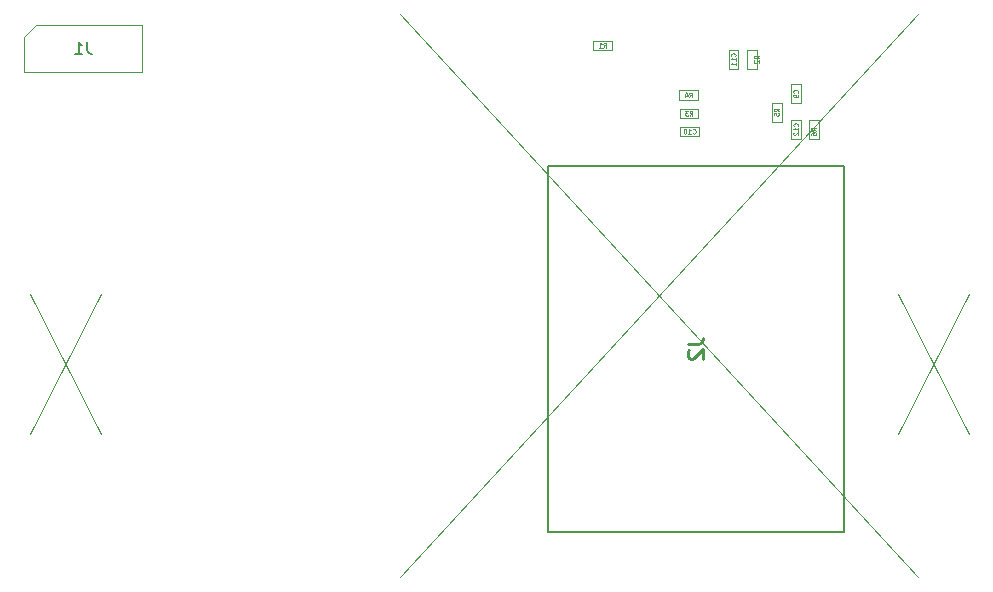
<source format=gbr>
G04 #@! TF.GenerationSoftware,KiCad,Pcbnew,9.0.0*
G04 #@! TF.CreationDate,2025-09-02T13:29:40+03:00*
G04 #@! TF.ProjectId,GSM_SMA_V1.0,47534d5f-534d-4415-9f56-312e302e6b69,rev?*
G04 #@! TF.SameCoordinates,Original*
G04 #@! TF.FileFunction,AssemblyDrawing,Bot*
%FSLAX46Y46*%
G04 Gerber Fmt 4.6, Leading zero omitted, Abs format (unit mm)*
G04 Created by KiCad (PCBNEW 9.0.0) date 2025-09-02 13:29:40*
%MOMM*%
%LPD*%
G01*
G04 APERTURE LIST*
%ADD10C,0.060000*%
%ADD11C,0.150000*%
%ADD12C,0.254000*%
%ADD13C,0.100000*%
%ADD14C,0.200000*%
G04 APERTURE END LIST*
D10*
X142133832Y-86262857D02*
X142152880Y-86243809D01*
X142152880Y-86243809D02*
X142171927Y-86186667D01*
X142171927Y-86186667D02*
X142171927Y-86148571D01*
X142171927Y-86148571D02*
X142152880Y-86091428D01*
X142152880Y-86091428D02*
X142114784Y-86053333D01*
X142114784Y-86053333D02*
X142076689Y-86034286D01*
X142076689Y-86034286D02*
X142000499Y-86015238D01*
X142000499Y-86015238D02*
X141943356Y-86015238D01*
X141943356Y-86015238D02*
X141867165Y-86034286D01*
X141867165Y-86034286D02*
X141829070Y-86053333D01*
X141829070Y-86053333D02*
X141790975Y-86091428D01*
X141790975Y-86091428D02*
X141771927Y-86148571D01*
X141771927Y-86148571D02*
X141771927Y-86186667D01*
X141771927Y-86186667D02*
X141790975Y-86243809D01*
X141790975Y-86243809D02*
X141810022Y-86262857D01*
X142171927Y-86643809D02*
X142171927Y-86415238D01*
X142171927Y-86529524D02*
X141771927Y-86529524D01*
X141771927Y-86529524D02*
X141829070Y-86491428D01*
X141829070Y-86491428D02*
X141867165Y-86453333D01*
X141867165Y-86453333D02*
X141886213Y-86415238D01*
X141810022Y-86796190D02*
X141790975Y-86815238D01*
X141790975Y-86815238D02*
X141771927Y-86853333D01*
X141771927Y-86853333D02*
X141771927Y-86948571D01*
X141771927Y-86948571D02*
X141790975Y-86986666D01*
X141790975Y-86986666D02*
X141810022Y-87005714D01*
X141810022Y-87005714D02*
X141848118Y-87024761D01*
X141848118Y-87024761D02*
X141886213Y-87024761D01*
X141886213Y-87024761D02*
X141943356Y-87005714D01*
X141943356Y-87005714D02*
X142171927Y-86777142D01*
X142171927Y-86777142D02*
X142171927Y-87024761D01*
X138839427Y-80518333D02*
X138648951Y-80385000D01*
X138839427Y-80289762D02*
X138439427Y-80289762D01*
X138439427Y-80289762D02*
X138439427Y-80442143D01*
X138439427Y-80442143D02*
X138458475Y-80480238D01*
X138458475Y-80480238D02*
X138477522Y-80499285D01*
X138477522Y-80499285D02*
X138515618Y-80518333D01*
X138515618Y-80518333D02*
X138572760Y-80518333D01*
X138572760Y-80518333D02*
X138610856Y-80499285D01*
X138610856Y-80499285D02*
X138629903Y-80480238D01*
X138629903Y-80480238D02*
X138648951Y-80442143D01*
X138648951Y-80442143D02*
X138648951Y-80289762D01*
X138477522Y-80670714D02*
X138458475Y-80689762D01*
X138458475Y-80689762D02*
X138439427Y-80727857D01*
X138439427Y-80727857D02*
X138439427Y-80823095D01*
X138439427Y-80823095D02*
X138458475Y-80861190D01*
X138458475Y-80861190D02*
X138477522Y-80880238D01*
X138477522Y-80880238D02*
X138515618Y-80899285D01*
X138515618Y-80899285D02*
X138553713Y-80899285D01*
X138553713Y-80899285D02*
X138610856Y-80880238D01*
X138610856Y-80880238D02*
X138839427Y-80651666D01*
X138839427Y-80651666D02*
X138839427Y-80899285D01*
X133237142Y-86853832D02*
X133256190Y-86872880D01*
X133256190Y-86872880D02*
X133313332Y-86891927D01*
X133313332Y-86891927D02*
X133351428Y-86891927D01*
X133351428Y-86891927D02*
X133408571Y-86872880D01*
X133408571Y-86872880D02*
X133446666Y-86834784D01*
X133446666Y-86834784D02*
X133465713Y-86796689D01*
X133465713Y-86796689D02*
X133484761Y-86720499D01*
X133484761Y-86720499D02*
X133484761Y-86663356D01*
X133484761Y-86663356D02*
X133465713Y-86587165D01*
X133465713Y-86587165D02*
X133446666Y-86549070D01*
X133446666Y-86549070D02*
X133408571Y-86510975D01*
X133408571Y-86510975D02*
X133351428Y-86491927D01*
X133351428Y-86491927D02*
X133313332Y-86491927D01*
X133313332Y-86491927D02*
X133256190Y-86510975D01*
X133256190Y-86510975D02*
X133237142Y-86530022D01*
X132856190Y-86891927D02*
X133084761Y-86891927D01*
X132970475Y-86891927D02*
X132970475Y-86491927D01*
X132970475Y-86491927D02*
X133008571Y-86549070D01*
X133008571Y-86549070D02*
X133046666Y-86587165D01*
X133046666Y-86587165D02*
X133084761Y-86606213D01*
X132608571Y-86491927D02*
X132570476Y-86491927D01*
X132570476Y-86491927D02*
X132532380Y-86510975D01*
X132532380Y-86510975D02*
X132513333Y-86530022D01*
X132513333Y-86530022D02*
X132494285Y-86568118D01*
X132494285Y-86568118D02*
X132475238Y-86644308D01*
X132475238Y-86644308D02*
X132475238Y-86739546D01*
X132475238Y-86739546D02*
X132494285Y-86815737D01*
X132494285Y-86815737D02*
X132513333Y-86853832D01*
X132513333Y-86853832D02*
X132532380Y-86872880D01*
X132532380Y-86872880D02*
X132570476Y-86891927D01*
X132570476Y-86891927D02*
X132608571Y-86891927D01*
X132608571Y-86891927D02*
X132646666Y-86872880D01*
X132646666Y-86872880D02*
X132665714Y-86853832D01*
X132665714Y-86853832D02*
X132684761Y-86815737D01*
X132684761Y-86815737D02*
X132703809Y-86739546D01*
X132703809Y-86739546D02*
X132703809Y-86644308D01*
X132703809Y-86644308D02*
X132684761Y-86568118D01*
X132684761Y-86568118D02*
X132665714Y-86530022D01*
X132665714Y-86530022D02*
X132646666Y-86510975D01*
X132646666Y-86510975D02*
X132608571Y-86491927D01*
X125686666Y-79601927D02*
X125819999Y-79411451D01*
X125915237Y-79601927D02*
X125915237Y-79201927D01*
X125915237Y-79201927D02*
X125762856Y-79201927D01*
X125762856Y-79201927D02*
X125724761Y-79220975D01*
X125724761Y-79220975D02*
X125705714Y-79240022D01*
X125705714Y-79240022D02*
X125686666Y-79278118D01*
X125686666Y-79278118D02*
X125686666Y-79335260D01*
X125686666Y-79335260D02*
X125705714Y-79373356D01*
X125705714Y-79373356D02*
X125724761Y-79392403D01*
X125724761Y-79392403D02*
X125762856Y-79411451D01*
X125762856Y-79411451D02*
X125915237Y-79411451D01*
X125305714Y-79601927D02*
X125534285Y-79601927D01*
X125419999Y-79601927D02*
X125419999Y-79201927D01*
X125419999Y-79201927D02*
X125458095Y-79259070D01*
X125458095Y-79259070D02*
X125496190Y-79297165D01*
X125496190Y-79297165D02*
X125534285Y-79316213D01*
X132966666Y-83811927D02*
X133099999Y-83621451D01*
X133195237Y-83811927D02*
X133195237Y-83411927D01*
X133195237Y-83411927D02*
X133042856Y-83411927D01*
X133042856Y-83411927D02*
X133004761Y-83430975D01*
X133004761Y-83430975D02*
X132985714Y-83450022D01*
X132985714Y-83450022D02*
X132966666Y-83488118D01*
X132966666Y-83488118D02*
X132966666Y-83545260D01*
X132966666Y-83545260D02*
X132985714Y-83583356D01*
X132985714Y-83583356D02*
X133004761Y-83602403D01*
X133004761Y-83602403D02*
X133042856Y-83621451D01*
X133042856Y-83621451D02*
X133195237Y-83621451D01*
X132623809Y-83545260D02*
X132623809Y-83811927D01*
X132719047Y-83392880D02*
X132814285Y-83678594D01*
X132814285Y-83678594D02*
X132566666Y-83678594D01*
X136838832Y-80337857D02*
X136857880Y-80318809D01*
X136857880Y-80318809D02*
X136876927Y-80261667D01*
X136876927Y-80261667D02*
X136876927Y-80223571D01*
X136876927Y-80223571D02*
X136857880Y-80166428D01*
X136857880Y-80166428D02*
X136819784Y-80128333D01*
X136819784Y-80128333D02*
X136781689Y-80109286D01*
X136781689Y-80109286D02*
X136705499Y-80090238D01*
X136705499Y-80090238D02*
X136648356Y-80090238D01*
X136648356Y-80090238D02*
X136572165Y-80109286D01*
X136572165Y-80109286D02*
X136534070Y-80128333D01*
X136534070Y-80128333D02*
X136495975Y-80166428D01*
X136495975Y-80166428D02*
X136476927Y-80223571D01*
X136476927Y-80223571D02*
X136476927Y-80261667D01*
X136476927Y-80261667D02*
X136495975Y-80318809D01*
X136495975Y-80318809D02*
X136515022Y-80337857D01*
X136876927Y-80718809D02*
X136876927Y-80490238D01*
X136876927Y-80604524D02*
X136476927Y-80604524D01*
X136476927Y-80604524D02*
X136534070Y-80566428D01*
X136534070Y-80566428D02*
X136572165Y-80528333D01*
X136572165Y-80528333D02*
X136591213Y-80490238D01*
X136876927Y-81099761D02*
X136876927Y-80871190D01*
X136876927Y-80985476D02*
X136476927Y-80985476D01*
X136476927Y-80985476D02*
X136534070Y-80947380D01*
X136534070Y-80947380D02*
X136572165Y-80909285D01*
X136572165Y-80909285D02*
X136591213Y-80871190D01*
D11*
X81983333Y-79124819D02*
X81983333Y-79839104D01*
X81983333Y-79839104D02*
X82030952Y-79981961D01*
X82030952Y-79981961D02*
X82126190Y-80077200D01*
X82126190Y-80077200D02*
X82269047Y-80124819D01*
X82269047Y-80124819D02*
X82364285Y-80124819D01*
X80983333Y-80124819D02*
X81554761Y-80124819D01*
X81269047Y-80124819D02*
X81269047Y-79124819D01*
X81269047Y-79124819D02*
X81364285Y-79267676D01*
X81364285Y-79267676D02*
X81459523Y-79362914D01*
X81459523Y-79362914D02*
X81554761Y-79410533D01*
D10*
X132996666Y-85361927D02*
X133129999Y-85171451D01*
X133225237Y-85361927D02*
X133225237Y-84961927D01*
X133225237Y-84961927D02*
X133072856Y-84961927D01*
X133072856Y-84961927D02*
X133034761Y-84980975D01*
X133034761Y-84980975D02*
X133015714Y-85000022D01*
X133015714Y-85000022D02*
X132996666Y-85038118D01*
X132996666Y-85038118D02*
X132996666Y-85095260D01*
X132996666Y-85095260D02*
X133015714Y-85133356D01*
X133015714Y-85133356D02*
X133034761Y-85152403D01*
X133034761Y-85152403D02*
X133072856Y-85171451D01*
X133072856Y-85171451D02*
X133225237Y-85171451D01*
X132863333Y-84961927D02*
X132615714Y-84961927D01*
X132615714Y-84961927D02*
X132749047Y-85114308D01*
X132749047Y-85114308D02*
X132691904Y-85114308D01*
X132691904Y-85114308D02*
X132653809Y-85133356D01*
X132653809Y-85133356D02*
X132634761Y-85152403D01*
X132634761Y-85152403D02*
X132615714Y-85190499D01*
X132615714Y-85190499D02*
X132615714Y-85285737D01*
X132615714Y-85285737D02*
X132634761Y-85323832D01*
X132634761Y-85323832D02*
X132653809Y-85342880D01*
X132653809Y-85342880D02*
X132691904Y-85361927D01*
X132691904Y-85361927D02*
X132806190Y-85361927D01*
X132806190Y-85361927D02*
X132844285Y-85342880D01*
X132844285Y-85342880D02*
X132863333Y-85323832D01*
X140531927Y-84993333D02*
X140341451Y-84860000D01*
X140531927Y-84764762D02*
X140131927Y-84764762D01*
X140131927Y-84764762D02*
X140131927Y-84917143D01*
X140131927Y-84917143D02*
X140150975Y-84955238D01*
X140150975Y-84955238D02*
X140170022Y-84974285D01*
X140170022Y-84974285D02*
X140208118Y-84993333D01*
X140208118Y-84993333D02*
X140265260Y-84993333D01*
X140265260Y-84993333D02*
X140303356Y-84974285D01*
X140303356Y-84974285D02*
X140322403Y-84955238D01*
X140322403Y-84955238D02*
X140341451Y-84917143D01*
X140341451Y-84917143D02*
X140341451Y-84764762D01*
X140131927Y-85355238D02*
X140131927Y-85164762D01*
X140131927Y-85164762D02*
X140322403Y-85145714D01*
X140322403Y-85145714D02*
X140303356Y-85164762D01*
X140303356Y-85164762D02*
X140284308Y-85202857D01*
X140284308Y-85202857D02*
X140284308Y-85298095D01*
X140284308Y-85298095D02*
X140303356Y-85336190D01*
X140303356Y-85336190D02*
X140322403Y-85355238D01*
X140322403Y-85355238D02*
X140360499Y-85374285D01*
X140360499Y-85374285D02*
X140455737Y-85374285D01*
X140455737Y-85374285D02*
X140493832Y-85355238D01*
X140493832Y-85355238D02*
X140512880Y-85336190D01*
X140512880Y-85336190D02*
X140531927Y-85298095D01*
X140531927Y-85298095D02*
X140531927Y-85202857D01*
X140531927Y-85202857D02*
X140512880Y-85164762D01*
X140512880Y-85164762D02*
X140493832Y-85145714D01*
D12*
X132824318Y-104666667D02*
X133731461Y-104666667D01*
X133731461Y-104666667D02*
X133912889Y-104606190D01*
X133912889Y-104606190D02*
X134033842Y-104485238D01*
X134033842Y-104485238D02*
X134094318Y-104303809D01*
X134094318Y-104303809D02*
X134094318Y-104182857D01*
X132945270Y-105210952D02*
X132884794Y-105271428D01*
X132884794Y-105271428D02*
X132824318Y-105392381D01*
X132824318Y-105392381D02*
X132824318Y-105694762D01*
X132824318Y-105694762D02*
X132884794Y-105815714D01*
X132884794Y-105815714D02*
X132945270Y-105876190D01*
X132945270Y-105876190D02*
X133066222Y-105936667D01*
X133066222Y-105936667D02*
X133187175Y-105936667D01*
X133187175Y-105936667D02*
X133368603Y-105876190D01*
X133368603Y-105876190D02*
X134094318Y-105150476D01*
X134094318Y-105150476D02*
X134094318Y-105936667D01*
D10*
X142133832Y-83428333D02*
X142152880Y-83409285D01*
X142152880Y-83409285D02*
X142171927Y-83352143D01*
X142171927Y-83352143D02*
X142171927Y-83314047D01*
X142171927Y-83314047D02*
X142152880Y-83256904D01*
X142152880Y-83256904D02*
X142114784Y-83218809D01*
X142114784Y-83218809D02*
X142076689Y-83199762D01*
X142076689Y-83199762D02*
X142000499Y-83180714D01*
X142000499Y-83180714D02*
X141943356Y-83180714D01*
X141943356Y-83180714D02*
X141867165Y-83199762D01*
X141867165Y-83199762D02*
X141829070Y-83218809D01*
X141829070Y-83218809D02*
X141790975Y-83256904D01*
X141790975Y-83256904D02*
X141771927Y-83314047D01*
X141771927Y-83314047D02*
X141771927Y-83352143D01*
X141771927Y-83352143D02*
X141790975Y-83409285D01*
X141790975Y-83409285D02*
X141810022Y-83428333D01*
X142171927Y-83618809D02*
X142171927Y-83695000D01*
X142171927Y-83695000D02*
X142152880Y-83733095D01*
X142152880Y-83733095D02*
X142133832Y-83752143D01*
X142133832Y-83752143D02*
X142076689Y-83790238D01*
X142076689Y-83790238D02*
X142000499Y-83809285D01*
X142000499Y-83809285D02*
X141848118Y-83809285D01*
X141848118Y-83809285D02*
X141810022Y-83790238D01*
X141810022Y-83790238D02*
X141790975Y-83771190D01*
X141790975Y-83771190D02*
X141771927Y-83733095D01*
X141771927Y-83733095D02*
X141771927Y-83656904D01*
X141771927Y-83656904D02*
X141790975Y-83618809D01*
X141790975Y-83618809D02*
X141810022Y-83599762D01*
X141810022Y-83599762D02*
X141848118Y-83580714D01*
X141848118Y-83580714D02*
X141943356Y-83580714D01*
X141943356Y-83580714D02*
X141981451Y-83599762D01*
X141981451Y-83599762D02*
X142000499Y-83618809D01*
X142000499Y-83618809D02*
X142019546Y-83656904D01*
X142019546Y-83656904D02*
X142019546Y-83733095D01*
X142019546Y-83733095D02*
X142000499Y-83771190D01*
X142000499Y-83771190D02*
X141981451Y-83790238D01*
X141981451Y-83790238D02*
X141943356Y-83809285D01*
X143691927Y-86633333D02*
X143501451Y-86500000D01*
X143691927Y-86404762D02*
X143291927Y-86404762D01*
X143291927Y-86404762D02*
X143291927Y-86557143D01*
X143291927Y-86557143D02*
X143310975Y-86595238D01*
X143310975Y-86595238D02*
X143330022Y-86614285D01*
X143330022Y-86614285D02*
X143368118Y-86633333D01*
X143368118Y-86633333D02*
X143425260Y-86633333D01*
X143425260Y-86633333D02*
X143463356Y-86614285D01*
X143463356Y-86614285D02*
X143482403Y-86595238D01*
X143482403Y-86595238D02*
X143501451Y-86557143D01*
X143501451Y-86557143D02*
X143501451Y-86404762D01*
X143291927Y-86976190D02*
X143291927Y-86900000D01*
X143291927Y-86900000D02*
X143310975Y-86861904D01*
X143310975Y-86861904D02*
X143330022Y-86842857D01*
X143330022Y-86842857D02*
X143387165Y-86804762D01*
X143387165Y-86804762D02*
X143463356Y-86785714D01*
X143463356Y-86785714D02*
X143615737Y-86785714D01*
X143615737Y-86785714D02*
X143653832Y-86804762D01*
X143653832Y-86804762D02*
X143672880Y-86823809D01*
X143672880Y-86823809D02*
X143691927Y-86861904D01*
X143691927Y-86861904D02*
X143691927Y-86938095D01*
X143691927Y-86938095D02*
X143672880Y-86976190D01*
X143672880Y-86976190D02*
X143653832Y-86995238D01*
X143653832Y-86995238D02*
X143615737Y-87014285D01*
X143615737Y-87014285D02*
X143520499Y-87014285D01*
X143520499Y-87014285D02*
X143482403Y-86995238D01*
X143482403Y-86995238D02*
X143463356Y-86976190D01*
X143463356Y-86976190D02*
X143444308Y-86938095D01*
X143444308Y-86938095D02*
X143444308Y-86861904D01*
X143444308Y-86861904D02*
X143463356Y-86823809D01*
X143463356Y-86823809D02*
X143482403Y-86804762D01*
X143482403Y-86804762D02*
X143520499Y-86785714D01*
D13*
X141590000Y-85720000D02*
X142390000Y-85720000D01*
X141590000Y-87320000D02*
X141590000Y-85720000D01*
X142390000Y-85720000D02*
X142390000Y-87320000D01*
X142390000Y-87320000D02*
X141590000Y-87320000D01*
X137832500Y-79785000D02*
X138657500Y-79785000D01*
X137832500Y-81385000D02*
X137832500Y-79785000D01*
X138657500Y-79785000D02*
X138657500Y-81385000D01*
X138657500Y-81385000D02*
X137832500Y-81385000D01*
X132180000Y-86310000D02*
X133780000Y-86310000D01*
X132180000Y-87110000D02*
X132180000Y-86310000D01*
X133780000Y-86310000D02*
X133780000Y-87110000D01*
X133780000Y-87110000D02*
X132180000Y-87110000D01*
X124820000Y-79007500D02*
X124820000Y-79832500D01*
X124820000Y-79832500D02*
X126420000Y-79832500D01*
X126420000Y-79007500D02*
X124820000Y-79007500D01*
X126420000Y-79832500D02*
X126420000Y-79007500D01*
X132100000Y-83217500D02*
X133700000Y-83217500D01*
X132100000Y-84042500D02*
X132100000Y-83217500D01*
X133700000Y-83217500D02*
X133700000Y-84042500D01*
X133700000Y-84042500D02*
X132100000Y-84042500D01*
X136295000Y-79795000D02*
X137095000Y-79795000D01*
X136295000Y-81395000D02*
X136295000Y-79795000D01*
X137095000Y-79795000D02*
X137095000Y-81395000D01*
X137095000Y-81395000D02*
X136295000Y-81395000D01*
X76650000Y-78670000D02*
X77650000Y-77670000D01*
X76650000Y-81670000D02*
X76650000Y-78670000D01*
X77650000Y-77670000D02*
X86650000Y-77670000D01*
X86650000Y-77670000D02*
X86650000Y-81670000D01*
X86650000Y-81670000D02*
X76650000Y-81670000D01*
X132130000Y-84767500D02*
X133730000Y-84767500D01*
X132130000Y-85592500D02*
X132130000Y-84767500D01*
X133730000Y-84767500D02*
X133730000Y-85592500D01*
X133730000Y-85592500D02*
X132130000Y-85592500D01*
X139957500Y-84265000D02*
X140782500Y-84265000D01*
X139957500Y-85865000D02*
X139957500Y-84265000D01*
X140782500Y-84265000D02*
X140782500Y-85865000D01*
X140782500Y-85865000D02*
X139957500Y-85865000D01*
D14*
X121020000Y-89590000D02*
X146020000Y-89590000D01*
X121020000Y-120590000D02*
X121020000Y-89590000D01*
X146020000Y-89590000D02*
X146020000Y-120590000D01*
X146020000Y-120590000D02*
X121020000Y-120590000D01*
D13*
X141590000Y-82695000D02*
X142390000Y-82695000D01*
X141590000Y-84295000D02*
X141590000Y-82695000D01*
X142390000Y-82695000D02*
X142390000Y-84295000D01*
X142390000Y-84295000D02*
X141590000Y-84295000D01*
X143097500Y-85720000D02*
X143922500Y-85720000D01*
X143097500Y-87320000D02*
X143097500Y-85720000D01*
X143922500Y-85720000D02*
X143922500Y-87320000D01*
X143922500Y-87320000D02*
X143097500Y-87320000D01*
X77110000Y-100470000D02*
X83150000Y-112299819D01*
X77110000Y-112299819D02*
X83150000Y-100470000D01*
X150610000Y-100470000D02*
X156650000Y-112299819D01*
X150610000Y-112299819D02*
X156650000Y-100470000D01*
X108460000Y-76800000D02*
X152320028Y-124454768D01*
X108460000Y-124454768D02*
X152320028Y-76800000D01*
M02*

</source>
